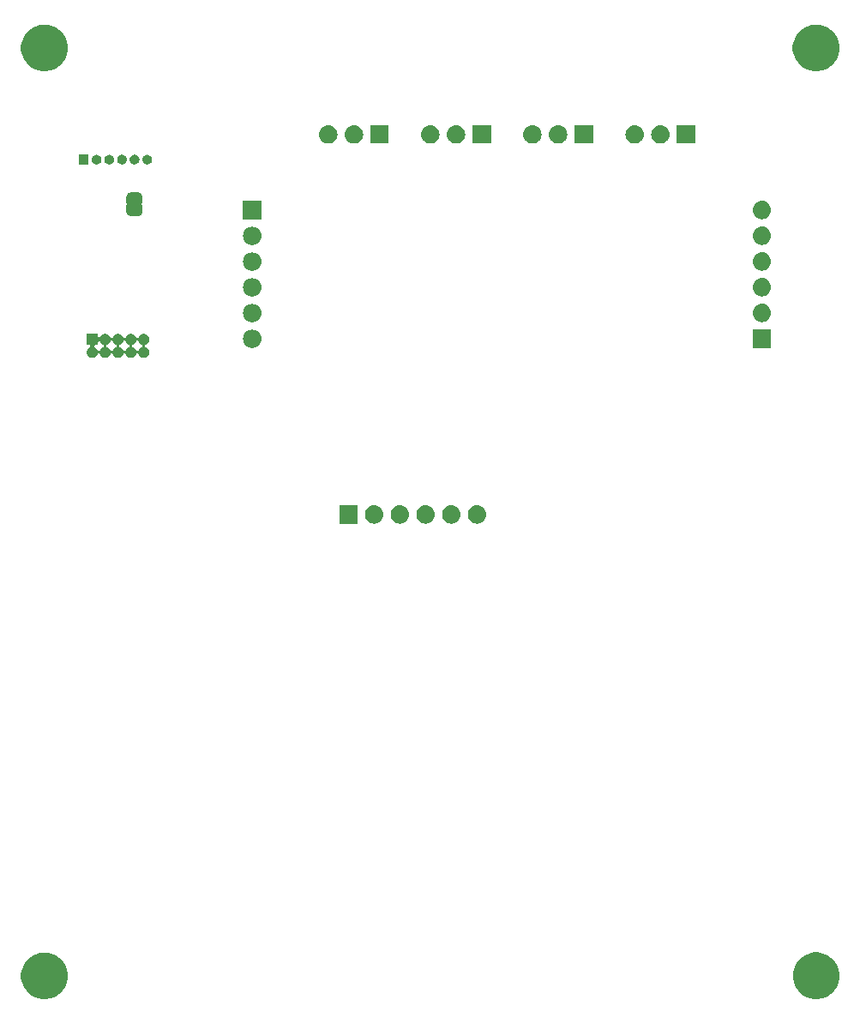
<source format=gbr>
G04 #@! TF.GenerationSoftware,KiCad,Pcbnew,(5.1.2)-2*
G04 #@! TF.CreationDate,2021-08-28T01:13:10-04:00*
G04 #@! TF.ProjectId,MAG_Plus,4d41475f-506c-4757-932e-6b696361645f,rev?*
G04 #@! TF.SameCoordinates,Original*
G04 #@! TF.FileFunction,Soldermask,Bot*
G04 #@! TF.FilePolarity,Negative*
%FSLAX46Y46*%
G04 Gerber Fmt 4.6, Leading zero omitted, Abs format (unit mm)*
G04 Created by KiCad (PCBNEW (5.1.2)-2) date 2021-08-28 01:13:10*
%MOMM*%
%LPD*%
G04 APERTURE LIST*
%ADD10C,0.100000*%
G04 APERTURE END LIST*
D10*
G36*
X39538903Y-340783213D02*
G01*
X39761177Y-340827426D01*
X40179932Y-341000880D01*
X40556802Y-341252696D01*
X40877304Y-341573198D01*
X41129120Y-341950068D01*
X41302574Y-342368823D01*
X41391000Y-342813371D01*
X41391000Y-343266629D01*
X41302574Y-343711177D01*
X41129120Y-344129932D01*
X40877304Y-344506802D01*
X40556802Y-344827304D01*
X40179932Y-345079120D01*
X39761177Y-345252574D01*
X39538903Y-345296787D01*
X39316630Y-345341000D01*
X38863370Y-345341000D01*
X38641097Y-345296787D01*
X38418823Y-345252574D01*
X38000068Y-345079120D01*
X37623198Y-344827304D01*
X37302696Y-344506802D01*
X37050880Y-344129932D01*
X36877426Y-343711177D01*
X36789000Y-343266629D01*
X36789000Y-342813371D01*
X36877426Y-342368823D01*
X37050880Y-341950068D01*
X37302696Y-341573198D01*
X37623198Y-341252696D01*
X38000068Y-341000880D01*
X38418823Y-340827426D01*
X38641097Y-340783213D01*
X38863370Y-340739000D01*
X39316630Y-340739000D01*
X39538903Y-340783213D01*
X39538903Y-340783213D01*
G37*
G36*
X115748903Y-340773213D02*
G01*
X115971177Y-340817426D01*
X116389932Y-340990880D01*
X116766802Y-341242696D01*
X117087304Y-341563198D01*
X117339120Y-341940068D01*
X117512574Y-342358823D01*
X117601000Y-342803371D01*
X117601000Y-343256629D01*
X117512574Y-343701177D01*
X117339120Y-344119932D01*
X117087304Y-344496802D01*
X116766802Y-344817304D01*
X116389932Y-345069120D01*
X115971177Y-345242574D01*
X115748903Y-345286787D01*
X115526630Y-345331000D01*
X115073370Y-345331000D01*
X114851097Y-345286787D01*
X114628823Y-345242574D01*
X114210068Y-345069120D01*
X113833198Y-344817304D01*
X113512696Y-344496802D01*
X113260880Y-344119932D01*
X113087426Y-343701177D01*
X112999000Y-343256629D01*
X112999000Y-342803371D01*
X113087426Y-342358823D01*
X113260880Y-341940068D01*
X113512696Y-341563198D01*
X113833198Y-341242696D01*
X114210068Y-340990880D01*
X114628823Y-340817426D01*
X114851097Y-340773213D01*
X115073370Y-340729000D01*
X115526630Y-340729000D01*
X115748903Y-340773213D01*
X115748903Y-340773213D01*
G37*
G36*
X81930443Y-296605519D02*
G01*
X81996627Y-296612037D01*
X82166466Y-296663557D01*
X82322991Y-296747222D01*
X82358729Y-296776552D01*
X82460186Y-296859814D01*
X82543448Y-296961271D01*
X82572778Y-296997009D01*
X82656443Y-297153534D01*
X82707963Y-297323373D01*
X82725359Y-297500000D01*
X82707963Y-297676627D01*
X82656443Y-297846466D01*
X82572778Y-298002991D01*
X82543448Y-298038729D01*
X82460186Y-298140186D01*
X82358729Y-298223448D01*
X82322991Y-298252778D01*
X82166466Y-298336443D01*
X81996627Y-298387963D01*
X81930443Y-298394481D01*
X81864260Y-298401000D01*
X81775740Y-298401000D01*
X81709557Y-298394481D01*
X81643373Y-298387963D01*
X81473534Y-298336443D01*
X81317009Y-298252778D01*
X81281271Y-298223448D01*
X81179814Y-298140186D01*
X81096552Y-298038729D01*
X81067222Y-298002991D01*
X80983557Y-297846466D01*
X80932037Y-297676627D01*
X80914641Y-297500000D01*
X80932037Y-297323373D01*
X80983557Y-297153534D01*
X81067222Y-296997009D01*
X81096552Y-296961271D01*
X81179814Y-296859814D01*
X81281271Y-296776552D01*
X81317009Y-296747222D01*
X81473534Y-296663557D01*
X81643373Y-296612037D01*
X81709557Y-296605519D01*
X81775740Y-296599000D01*
X81864260Y-296599000D01*
X81930443Y-296605519D01*
X81930443Y-296605519D01*
G37*
G36*
X79390443Y-296605519D02*
G01*
X79456627Y-296612037D01*
X79626466Y-296663557D01*
X79782991Y-296747222D01*
X79818729Y-296776552D01*
X79920186Y-296859814D01*
X80003448Y-296961271D01*
X80032778Y-296997009D01*
X80116443Y-297153534D01*
X80167963Y-297323373D01*
X80185359Y-297500000D01*
X80167963Y-297676627D01*
X80116443Y-297846466D01*
X80032778Y-298002991D01*
X80003448Y-298038729D01*
X79920186Y-298140186D01*
X79818729Y-298223448D01*
X79782991Y-298252778D01*
X79626466Y-298336443D01*
X79456627Y-298387963D01*
X79390443Y-298394481D01*
X79324260Y-298401000D01*
X79235740Y-298401000D01*
X79169557Y-298394481D01*
X79103373Y-298387963D01*
X78933534Y-298336443D01*
X78777009Y-298252778D01*
X78741271Y-298223448D01*
X78639814Y-298140186D01*
X78556552Y-298038729D01*
X78527222Y-298002991D01*
X78443557Y-297846466D01*
X78392037Y-297676627D01*
X78374641Y-297500000D01*
X78392037Y-297323373D01*
X78443557Y-297153534D01*
X78527222Y-296997009D01*
X78556552Y-296961271D01*
X78639814Y-296859814D01*
X78741271Y-296776552D01*
X78777009Y-296747222D01*
X78933534Y-296663557D01*
X79103373Y-296612037D01*
X79169557Y-296605519D01*
X79235740Y-296599000D01*
X79324260Y-296599000D01*
X79390443Y-296605519D01*
X79390443Y-296605519D01*
G37*
G36*
X76850443Y-296605519D02*
G01*
X76916627Y-296612037D01*
X77086466Y-296663557D01*
X77242991Y-296747222D01*
X77278729Y-296776552D01*
X77380186Y-296859814D01*
X77463448Y-296961271D01*
X77492778Y-296997009D01*
X77576443Y-297153534D01*
X77627963Y-297323373D01*
X77645359Y-297500000D01*
X77627963Y-297676627D01*
X77576443Y-297846466D01*
X77492778Y-298002991D01*
X77463448Y-298038729D01*
X77380186Y-298140186D01*
X77278729Y-298223448D01*
X77242991Y-298252778D01*
X77086466Y-298336443D01*
X76916627Y-298387963D01*
X76850443Y-298394481D01*
X76784260Y-298401000D01*
X76695740Y-298401000D01*
X76629557Y-298394481D01*
X76563373Y-298387963D01*
X76393534Y-298336443D01*
X76237009Y-298252778D01*
X76201271Y-298223448D01*
X76099814Y-298140186D01*
X76016552Y-298038729D01*
X75987222Y-298002991D01*
X75903557Y-297846466D01*
X75852037Y-297676627D01*
X75834641Y-297500000D01*
X75852037Y-297323373D01*
X75903557Y-297153534D01*
X75987222Y-296997009D01*
X76016552Y-296961271D01*
X76099814Y-296859814D01*
X76201271Y-296776552D01*
X76237009Y-296747222D01*
X76393534Y-296663557D01*
X76563373Y-296612037D01*
X76629557Y-296605519D01*
X76695740Y-296599000D01*
X76784260Y-296599000D01*
X76850443Y-296605519D01*
X76850443Y-296605519D01*
G37*
G36*
X71770443Y-296605519D02*
G01*
X71836627Y-296612037D01*
X72006466Y-296663557D01*
X72162991Y-296747222D01*
X72198729Y-296776552D01*
X72300186Y-296859814D01*
X72383448Y-296961271D01*
X72412778Y-296997009D01*
X72496443Y-297153534D01*
X72547963Y-297323373D01*
X72565359Y-297500000D01*
X72547963Y-297676627D01*
X72496443Y-297846466D01*
X72412778Y-298002991D01*
X72383448Y-298038729D01*
X72300186Y-298140186D01*
X72198729Y-298223448D01*
X72162991Y-298252778D01*
X72006466Y-298336443D01*
X71836627Y-298387963D01*
X71770443Y-298394481D01*
X71704260Y-298401000D01*
X71615740Y-298401000D01*
X71549557Y-298394481D01*
X71483373Y-298387963D01*
X71313534Y-298336443D01*
X71157009Y-298252778D01*
X71121271Y-298223448D01*
X71019814Y-298140186D01*
X70936552Y-298038729D01*
X70907222Y-298002991D01*
X70823557Y-297846466D01*
X70772037Y-297676627D01*
X70754641Y-297500000D01*
X70772037Y-297323373D01*
X70823557Y-297153534D01*
X70907222Y-296997009D01*
X70936552Y-296961271D01*
X71019814Y-296859814D01*
X71121271Y-296776552D01*
X71157009Y-296747222D01*
X71313534Y-296663557D01*
X71483373Y-296612037D01*
X71549557Y-296605519D01*
X71615740Y-296599000D01*
X71704260Y-296599000D01*
X71770443Y-296605519D01*
X71770443Y-296605519D01*
G37*
G36*
X70021000Y-298401000D02*
G01*
X68219000Y-298401000D01*
X68219000Y-296599000D01*
X70021000Y-296599000D01*
X70021000Y-298401000D01*
X70021000Y-298401000D01*
G37*
G36*
X74310443Y-296605519D02*
G01*
X74376627Y-296612037D01*
X74546466Y-296663557D01*
X74702991Y-296747222D01*
X74738729Y-296776552D01*
X74840186Y-296859814D01*
X74923448Y-296961271D01*
X74952778Y-296997009D01*
X75036443Y-297153534D01*
X75087963Y-297323373D01*
X75105359Y-297500000D01*
X75087963Y-297676627D01*
X75036443Y-297846466D01*
X74952778Y-298002991D01*
X74923448Y-298038729D01*
X74840186Y-298140186D01*
X74738729Y-298223448D01*
X74702991Y-298252778D01*
X74546466Y-298336443D01*
X74376627Y-298387963D01*
X74310443Y-298394481D01*
X74244260Y-298401000D01*
X74155740Y-298401000D01*
X74089557Y-298394481D01*
X74023373Y-298387963D01*
X73853534Y-298336443D01*
X73697009Y-298252778D01*
X73661271Y-298223448D01*
X73559814Y-298140186D01*
X73476552Y-298038729D01*
X73447222Y-298002991D01*
X73363557Y-297846466D01*
X73312037Y-297676627D01*
X73294641Y-297500000D01*
X73312037Y-297323373D01*
X73363557Y-297153534D01*
X73447222Y-296997009D01*
X73476552Y-296961271D01*
X73559814Y-296859814D01*
X73661271Y-296776552D01*
X73697009Y-296747222D01*
X73853534Y-296663557D01*
X74023373Y-296612037D01*
X74089557Y-296605519D01*
X74155740Y-296599000D01*
X74244260Y-296599000D01*
X74310443Y-296605519D01*
X74310443Y-296605519D01*
G37*
G36*
X44381000Y-279887265D02*
G01*
X44383402Y-279911651D01*
X44390515Y-279935100D01*
X44402066Y-279956711D01*
X44417611Y-279975653D01*
X44436553Y-279991198D01*
X44458164Y-280002749D01*
X44481613Y-280009862D01*
X44505999Y-280012264D01*
X44530385Y-280009862D01*
X44553834Y-280002749D01*
X44575445Y-279991198D01*
X44594387Y-279975653D01*
X44609932Y-279956711D01*
X44616233Y-279946198D01*
X44639644Y-279902400D01*
X44708499Y-279818499D01*
X44726734Y-279803534D01*
X44792400Y-279749643D01*
X44860945Y-279713005D01*
X44888121Y-279698479D01*
X44991985Y-279666973D01*
X45072933Y-279659000D01*
X45127067Y-279659000D01*
X45208015Y-279666973D01*
X45311879Y-279698479D01*
X45339055Y-279713005D01*
X45407600Y-279749643D01*
X45491501Y-279818499D01*
X45560357Y-279902400D01*
X45596995Y-279970945D01*
X45611521Y-279998121D01*
X45615388Y-280010869D01*
X45624760Y-280033496D01*
X45638374Y-280053870D01*
X45655701Y-280071197D01*
X45676075Y-280084811D01*
X45698714Y-280094188D01*
X45722747Y-280098969D01*
X45747251Y-280098969D01*
X45771285Y-280094189D01*
X45793924Y-280084812D01*
X45814298Y-280071198D01*
X45831625Y-280053871D01*
X45845239Y-280033497D01*
X45854612Y-280010869D01*
X45858479Y-279998121D01*
X45873005Y-279970945D01*
X45909643Y-279902400D01*
X45978499Y-279818499D01*
X46062400Y-279749643D01*
X46130945Y-279713005D01*
X46158121Y-279698479D01*
X46261985Y-279666973D01*
X46342933Y-279659000D01*
X46397067Y-279659000D01*
X46478015Y-279666973D01*
X46581879Y-279698479D01*
X46609055Y-279713005D01*
X46677600Y-279749643D01*
X46761501Y-279818499D01*
X46830357Y-279902400D01*
X46866995Y-279970945D01*
X46881521Y-279998121D01*
X46885388Y-280010869D01*
X46894760Y-280033496D01*
X46908374Y-280053870D01*
X46925701Y-280071197D01*
X46946075Y-280084811D01*
X46968714Y-280094188D01*
X46992747Y-280098969D01*
X47017251Y-280098969D01*
X47041285Y-280094189D01*
X47063924Y-280084812D01*
X47084298Y-280071198D01*
X47101625Y-280053871D01*
X47115239Y-280033497D01*
X47124612Y-280010869D01*
X47128479Y-279998121D01*
X47143005Y-279970945D01*
X47179643Y-279902400D01*
X47248499Y-279818499D01*
X47332400Y-279749643D01*
X47400945Y-279713005D01*
X47428121Y-279698479D01*
X47531985Y-279666973D01*
X47612933Y-279659000D01*
X47667067Y-279659000D01*
X47748015Y-279666973D01*
X47851879Y-279698479D01*
X47879055Y-279713005D01*
X47947600Y-279749643D01*
X48031501Y-279818499D01*
X48100357Y-279902400D01*
X48136995Y-279970945D01*
X48151521Y-279998121D01*
X48155388Y-280010869D01*
X48164760Y-280033496D01*
X48178374Y-280053870D01*
X48195701Y-280071197D01*
X48216075Y-280084811D01*
X48238714Y-280094188D01*
X48262747Y-280098969D01*
X48287251Y-280098969D01*
X48311285Y-280094189D01*
X48333924Y-280084812D01*
X48354298Y-280071198D01*
X48371625Y-280053871D01*
X48385239Y-280033497D01*
X48394612Y-280010869D01*
X48398479Y-279998121D01*
X48413005Y-279970945D01*
X48449643Y-279902400D01*
X48518499Y-279818499D01*
X48602400Y-279749643D01*
X48670945Y-279713005D01*
X48698121Y-279698479D01*
X48801985Y-279666973D01*
X48882933Y-279659000D01*
X48937067Y-279659000D01*
X49018015Y-279666973D01*
X49121879Y-279698479D01*
X49149055Y-279713005D01*
X49217600Y-279749643D01*
X49301501Y-279818499D01*
X49370357Y-279902400D01*
X49406995Y-279970945D01*
X49421521Y-279998121D01*
X49453027Y-280101985D01*
X49463666Y-280210000D01*
X49453027Y-280318015D01*
X49421521Y-280421879D01*
X49421191Y-280422496D01*
X49370357Y-280517600D01*
X49301501Y-280601501D01*
X49217600Y-280670357D01*
X49149055Y-280706995D01*
X49121879Y-280721521D01*
X49109131Y-280725388D01*
X49086504Y-280734760D01*
X49066130Y-280748374D01*
X49048803Y-280765701D01*
X49035189Y-280786075D01*
X49025812Y-280808714D01*
X49021031Y-280832747D01*
X49021031Y-280857251D01*
X49025811Y-280881285D01*
X49035188Y-280903924D01*
X49048802Y-280924298D01*
X49066129Y-280941625D01*
X49086503Y-280955239D01*
X49109131Y-280964612D01*
X49121879Y-280968479D01*
X49148344Y-280982625D01*
X49217600Y-281019643D01*
X49301501Y-281088499D01*
X49370357Y-281172400D01*
X49406995Y-281240945D01*
X49421521Y-281268121D01*
X49453027Y-281371985D01*
X49463666Y-281480000D01*
X49453027Y-281588015D01*
X49421521Y-281691879D01*
X49421519Y-281691882D01*
X49370357Y-281787600D01*
X49301501Y-281871501D01*
X49217600Y-281940357D01*
X49149055Y-281976995D01*
X49121879Y-281991521D01*
X49018015Y-282023027D01*
X48937067Y-282031000D01*
X48882933Y-282031000D01*
X48801985Y-282023027D01*
X48698121Y-281991521D01*
X48670945Y-281976995D01*
X48602400Y-281940357D01*
X48518499Y-281871501D01*
X48449643Y-281787600D01*
X48398481Y-281691882D01*
X48398479Y-281691879D01*
X48394612Y-281679131D01*
X48385240Y-281656504D01*
X48371626Y-281636130D01*
X48354299Y-281618803D01*
X48333925Y-281605189D01*
X48311286Y-281595812D01*
X48287253Y-281591031D01*
X48262749Y-281591031D01*
X48238715Y-281595811D01*
X48216076Y-281605188D01*
X48195702Y-281618802D01*
X48178375Y-281636129D01*
X48164761Y-281656503D01*
X48155388Y-281679131D01*
X48151521Y-281691879D01*
X48151519Y-281691882D01*
X48100357Y-281787600D01*
X48031501Y-281871501D01*
X47947600Y-281940357D01*
X47879055Y-281976995D01*
X47851879Y-281991521D01*
X47748015Y-282023027D01*
X47667067Y-282031000D01*
X47612933Y-282031000D01*
X47531985Y-282023027D01*
X47428121Y-281991521D01*
X47400945Y-281976995D01*
X47332400Y-281940357D01*
X47248499Y-281871501D01*
X47179643Y-281787600D01*
X47128481Y-281691882D01*
X47128479Y-281691879D01*
X47124612Y-281679131D01*
X47115240Y-281656504D01*
X47101626Y-281636130D01*
X47084299Y-281618803D01*
X47063925Y-281605189D01*
X47041286Y-281595812D01*
X47017253Y-281591031D01*
X46992749Y-281591031D01*
X46968715Y-281595811D01*
X46946076Y-281605188D01*
X46925702Y-281618802D01*
X46908375Y-281636129D01*
X46894761Y-281656503D01*
X46885388Y-281679131D01*
X46881521Y-281691879D01*
X46881519Y-281691882D01*
X46830357Y-281787600D01*
X46761501Y-281871501D01*
X46677600Y-281940357D01*
X46609055Y-281976995D01*
X46581879Y-281991521D01*
X46478015Y-282023027D01*
X46397067Y-282031000D01*
X46342933Y-282031000D01*
X46261985Y-282023027D01*
X46158121Y-281991521D01*
X46130945Y-281976995D01*
X46062400Y-281940357D01*
X45978499Y-281871501D01*
X45909643Y-281787600D01*
X45858481Y-281691882D01*
X45858479Y-281691879D01*
X45854612Y-281679131D01*
X45845240Y-281656504D01*
X45831626Y-281636130D01*
X45814299Y-281618803D01*
X45793925Y-281605189D01*
X45771286Y-281595812D01*
X45747253Y-281591031D01*
X45722749Y-281591031D01*
X45698715Y-281595811D01*
X45676076Y-281605188D01*
X45655702Y-281618802D01*
X45638375Y-281636129D01*
X45624761Y-281656503D01*
X45615388Y-281679131D01*
X45611521Y-281691879D01*
X45611519Y-281691882D01*
X45560357Y-281787600D01*
X45491501Y-281871501D01*
X45407600Y-281940357D01*
X45339055Y-281976995D01*
X45311879Y-281991521D01*
X45208015Y-282023027D01*
X45127067Y-282031000D01*
X45072933Y-282031000D01*
X44991985Y-282023027D01*
X44888121Y-281991521D01*
X44860945Y-281976995D01*
X44792400Y-281940357D01*
X44708499Y-281871501D01*
X44639643Y-281787600D01*
X44588481Y-281691882D01*
X44588479Y-281691879D01*
X44584612Y-281679131D01*
X44575240Y-281656504D01*
X44561626Y-281636130D01*
X44544299Y-281618803D01*
X44523925Y-281605189D01*
X44501286Y-281595812D01*
X44477253Y-281591031D01*
X44452749Y-281591031D01*
X44428715Y-281595811D01*
X44406076Y-281605188D01*
X44385702Y-281618802D01*
X44368375Y-281636129D01*
X44354761Y-281656503D01*
X44345388Y-281679131D01*
X44341521Y-281691879D01*
X44341519Y-281691882D01*
X44290357Y-281787600D01*
X44221501Y-281871501D01*
X44137600Y-281940357D01*
X44069055Y-281976995D01*
X44041879Y-281991521D01*
X43938015Y-282023027D01*
X43857067Y-282031000D01*
X43802933Y-282031000D01*
X43721985Y-282023027D01*
X43618121Y-281991521D01*
X43590945Y-281976995D01*
X43522400Y-281940357D01*
X43438499Y-281871501D01*
X43369643Y-281787600D01*
X43318481Y-281691882D01*
X43318479Y-281691879D01*
X43286973Y-281588015D01*
X43276334Y-281480000D01*
X43286973Y-281371985D01*
X43318479Y-281268121D01*
X43333005Y-281240945D01*
X43369643Y-281172400D01*
X43438499Y-281088499D01*
X43522399Y-281019645D01*
X43522398Y-281019645D01*
X43522400Y-281019644D01*
X43566193Y-280996236D01*
X43586563Y-280982625D01*
X43603890Y-280965298D01*
X43617504Y-280944924D01*
X43626881Y-280922285D01*
X43631662Y-280898252D01*
X43631662Y-280885999D01*
X44027736Y-280885999D01*
X44030138Y-280910385D01*
X44037251Y-280933834D01*
X44048802Y-280955445D01*
X44064347Y-280974387D01*
X44083289Y-280989932D01*
X44093802Y-280996233D01*
X44137600Y-281019644D01*
X44137602Y-281019645D01*
X44137601Y-281019645D01*
X44221501Y-281088499D01*
X44290357Y-281172400D01*
X44326995Y-281240945D01*
X44341521Y-281268121D01*
X44345388Y-281280869D01*
X44354760Y-281303496D01*
X44368374Y-281323870D01*
X44385701Y-281341197D01*
X44406075Y-281354811D01*
X44428714Y-281364188D01*
X44452747Y-281368969D01*
X44477251Y-281368969D01*
X44501285Y-281364189D01*
X44523924Y-281354812D01*
X44544298Y-281341198D01*
X44561625Y-281323871D01*
X44575239Y-281303497D01*
X44584612Y-281280869D01*
X44588479Y-281268121D01*
X44603005Y-281240945D01*
X44639643Y-281172400D01*
X44708499Y-281088499D01*
X44792400Y-281019643D01*
X44861656Y-280982625D01*
X44888121Y-280968479D01*
X44900869Y-280964612D01*
X44923496Y-280955240D01*
X44943870Y-280941626D01*
X44961197Y-280924299D01*
X44974811Y-280903925D01*
X44984188Y-280881286D01*
X44988969Y-280857253D01*
X44988969Y-280832749D01*
X44988969Y-280832747D01*
X45211031Y-280832747D01*
X45211031Y-280857251D01*
X45215811Y-280881285D01*
X45225188Y-280903924D01*
X45238802Y-280924298D01*
X45256129Y-280941625D01*
X45276503Y-280955239D01*
X45299131Y-280964612D01*
X45311879Y-280968479D01*
X45338344Y-280982625D01*
X45407600Y-281019643D01*
X45491501Y-281088499D01*
X45560357Y-281172400D01*
X45596995Y-281240945D01*
X45611521Y-281268121D01*
X45615388Y-281280869D01*
X45624760Y-281303496D01*
X45638374Y-281323870D01*
X45655701Y-281341197D01*
X45676075Y-281354811D01*
X45698714Y-281364188D01*
X45722747Y-281368969D01*
X45747251Y-281368969D01*
X45771285Y-281364189D01*
X45793924Y-281354812D01*
X45814298Y-281341198D01*
X45831625Y-281323871D01*
X45845239Y-281303497D01*
X45854612Y-281280869D01*
X45858479Y-281268121D01*
X45873005Y-281240945D01*
X45909643Y-281172400D01*
X45978499Y-281088499D01*
X46062400Y-281019643D01*
X46131656Y-280982625D01*
X46158121Y-280968479D01*
X46170869Y-280964612D01*
X46193496Y-280955240D01*
X46213870Y-280941626D01*
X46231197Y-280924299D01*
X46244811Y-280903925D01*
X46254188Y-280881286D01*
X46258969Y-280857253D01*
X46258969Y-280832749D01*
X46258969Y-280832747D01*
X46481031Y-280832747D01*
X46481031Y-280857251D01*
X46485811Y-280881285D01*
X46495188Y-280903924D01*
X46508802Y-280924298D01*
X46526129Y-280941625D01*
X46546503Y-280955239D01*
X46569131Y-280964612D01*
X46581879Y-280968479D01*
X46608344Y-280982625D01*
X46677600Y-281019643D01*
X46761501Y-281088499D01*
X46830357Y-281172400D01*
X46866995Y-281240945D01*
X46881521Y-281268121D01*
X46885388Y-281280869D01*
X46894760Y-281303496D01*
X46908374Y-281323870D01*
X46925701Y-281341197D01*
X46946075Y-281354811D01*
X46968714Y-281364188D01*
X46992747Y-281368969D01*
X47017251Y-281368969D01*
X47041285Y-281364189D01*
X47063924Y-281354812D01*
X47084298Y-281341198D01*
X47101625Y-281323871D01*
X47115239Y-281303497D01*
X47124612Y-281280869D01*
X47128479Y-281268121D01*
X47143005Y-281240945D01*
X47179643Y-281172400D01*
X47248499Y-281088499D01*
X47332400Y-281019643D01*
X47401656Y-280982625D01*
X47428121Y-280968479D01*
X47440869Y-280964612D01*
X47463496Y-280955240D01*
X47483870Y-280941626D01*
X47501197Y-280924299D01*
X47514811Y-280903925D01*
X47524188Y-280881286D01*
X47528969Y-280857253D01*
X47528969Y-280832749D01*
X47528969Y-280832747D01*
X47751031Y-280832747D01*
X47751031Y-280857251D01*
X47755811Y-280881285D01*
X47765188Y-280903924D01*
X47778802Y-280924298D01*
X47796129Y-280941625D01*
X47816503Y-280955239D01*
X47839131Y-280964612D01*
X47851879Y-280968479D01*
X47878344Y-280982625D01*
X47947600Y-281019643D01*
X48031501Y-281088499D01*
X48100357Y-281172400D01*
X48136995Y-281240945D01*
X48151521Y-281268121D01*
X48155388Y-281280869D01*
X48164760Y-281303496D01*
X48178374Y-281323870D01*
X48195701Y-281341197D01*
X48216075Y-281354811D01*
X48238714Y-281364188D01*
X48262747Y-281368969D01*
X48287251Y-281368969D01*
X48311285Y-281364189D01*
X48333924Y-281354812D01*
X48354298Y-281341198D01*
X48371625Y-281323871D01*
X48385239Y-281303497D01*
X48394612Y-281280869D01*
X48398479Y-281268121D01*
X48413005Y-281240945D01*
X48449643Y-281172400D01*
X48518499Y-281088499D01*
X48602400Y-281019643D01*
X48671656Y-280982625D01*
X48698121Y-280968479D01*
X48710869Y-280964612D01*
X48733496Y-280955240D01*
X48753870Y-280941626D01*
X48771197Y-280924299D01*
X48784811Y-280903925D01*
X48794188Y-280881286D01*
X48798969Y-280857253D01*
X48798969Y-280832749D01*
X48794189Y-280808715D01*
X48784812Y-280786076D01*
X48771198Y-280765702D01*
X48753871Y-280748375D01*
X48733497Y-280734761D01*
X48710869Y-280725388D01*
X48698121Y-280721521D01*
X48670945Y-280706995D01*
X48602400Y-280670357D01*
X48518499Y-280601501D01*
X48449643Y-280517600D01*
X48398809Y-280422496D01*
X48398479Y-280421879D01*
X48394612Y-280409131D01*
X48385240Y-280386504D01*
X48371626Y-280366130D01*
X48354299Y-280348803D01*
X48333925Y-280335189D01*
X48311286Y-280325812D01*
X48287253Y-280321031D01*
X48262749Y-280321031D01*
X48238715Y-280325811D01*
X48216076Y-280335188D01*
X48195702Y-280348802D01*
X48178375Y-280366129D01*
X48164761Y-280386503D01*
X48155388Y-280409131D01*
X48151521Y-280421879D01*
X48151191Y-280422496D01*
X48100357Y-280517600D01*
X48031501Y-280601501D01*
X47947600Y-280670357D01*
X47879055Y-280706995D01*
X47851879Y-280721521D01*
X47839131Y-280725388D01*
X47816504Y-280734760D01*
X47796130Y-280748374D01*
X47778803Y-280765701D01*
X47765189Y-280786075D01*
X47755812Y-280808714D01*
X47751031Y-280832747D01*
X47528969Y-280832747D01*
X47524189Y-280808715D01*
X47514812Y-280786076D01*
X47501198Y-280765702D01*
X47483871Y-280748375D01*
X47463497Y-280734761D01*
X47440869Y-280725388D01*
X47428121Y-280721521D01*
X47400945Y-280706995D01*
X47332400Y-280670357D01*
X47248499Y-280601501D01*
X47179643Y-280517600D01*
X47128809Y-280422496D01*
X47128479Y-280421879D01*
X47124612Y-280409131D01*
X47115240Y-280386504D01*
X47101626Y-280366130D01*
X47084299Y-280348803D01*
X47063925Y-280335189D01*
X47041286Y-280325812D01*
X47017253Y-280321031D01*
X46992749Y-280321031D01*
X46968715Y-280325811D01*
X46946076Y-280335188D01*
X46925702Y-280348802D01*
X46908375Y-280366129D01*
X46894761Y-280386503D01*
X46885388Y-280409131D01*
X46881521Y-280421879D01*
X46881191Y-280422496D01*
X46830357Y-280517600D01*
X46761501Y-280601501D01*
X46677600Y-280670357D01*
X46609055Y-280706995D01*
X46581879Y-280721521D01*
X46569131Y-280725388D01*
X46546504Y-280734760D01*
X46526130Y-280748374D01*
X46508803Y-280765701D01*
X46495189Y-280786075D01*
X46485812Y-280808714D01*
X46481031Y-280832747D01*
X46258969Y-280832747D01*
X46254189Y-280808715D01*
X46244812Y-280786076D01*
X46231198Y-280765702D01*
X46213871Y-280748375D01*
X46193497Y-280734761D01*
X46170869Y-280725388D01*
X46158121Y-280721521D01*
X46130945Y-280706995D01*
X46062400Y-280670357D01*
X45978499Y-280601501D01*
X45909643Y-280517600D01*
X45858809Y-280422496D01*
X45858479Y-280421879D01*
X45854612Y-280409131D01*
X45845240Y-280386504D01*
X45831626Y-280366130D01*
X45814299Y-280348803D01*
X45793925Y-280335189D01*
X45771286Y-280325812D01*
X45747253Y-280321031D01*
X45722749Y-280321031D01*
X45698715Y-280325811D01*
X45676076Y-280335188D01*
X45655702Y-280348802D01*
X45638375Y-280366129D01*
X45624761Y-280386503D01*
X45615388Y-280409131D01*
X45611521Y-280421879D01*
X45611191Y-280422496D01*
X45560357Y-280517600D01*
X45491501Y-280601501D01*
X45407600Y-280670357D01*
X45339055Y-280706995D01*
X45311879Y-280721521D01*
X45299131Y-280725388D01*
X45276504Y-280734760D01*
X45256130Y-280748374D01*
X45238803Y-280765701D01*
X45225189Y-280786075D01*
X45215812Y-280808714D01*
X45211031Y-280832747D01*
X44988969Y-280832747D01*
X44984189Y-280808715D01*
X44974812Y-280786076D01*
X44961198Y-280765702D01*
X44943871Y-280748375D01*
X44923497Y-280734761D01*
X44900869Y-280725388D01*
X44888121Y-280721521D01*
X44860945Y-280706995D01*
X44792400Y-280670357D01*
X44708499Y-280601501D01*
X44639645Y-280517601D01*
X44639644Y-280517600D01*
X44616236Y-280473807D01*
X44602625Y-280453437D01*
X44585298Y-280436110D01*
X44564924Y-280422496D01*
X44542285Y-280413119D01*
X44518252Y-280408338D01*
X44493748Y-280408338D01*
X44469714Y-280413118D01*
X44447076Y-280422495D01*
X44426701Y-280436109D01*
X44409374Y-280453436D01*
X44395760Y-280473810D01*
X44386383Y-280496449D01*
X44381602Y-280520482D01*
X44381000Y-280532735D01*
X44381000Y-280761000D01*
X44152735Y-280761000D01*
X44128349Y-280763402D01*
X44104900Y-280770515D01*
X44083289Y-280782066D01*
X44064347Y-280797611D01*
X44048802Y-280816553D01*
X44037251Y-280838164D01*
X44030138Y-280861613D01*
X44027736Y-280885999D01*
X43631662Y-280885999D01*
X43631662Y-280873748D01*
X43626882Y-280849714D01*
X43617505Y-280827076D01*
X43603891Y-280806701D01*
X43586564Y-280789374D01*
X43566190Y-280775760D01*
X43543551Y-280766383D01*
X43519518Y-280761602D01*
X43507265Y-280761000D01*
X43279000Y-280761000D01*
X43279000Y-279659000D01*
X44381000Y-279659000D01*
X44381000Y-279887265D01*
X44381000Y-279887265D01*
G37*
G36*
X59720442Y-279255518D02*
G01*
X59786627Y-279262037D01*
X59956466Y-279313557D01*
X60112991Y-279397222D01*
X60148729Y-279426552D01*
X60250186Y-279509814D01*
X60333448Y-279611271D01*
X60362778Y-279647009D01*
X60446443Y-279803534D01*
X60497963Y-279973373D01*
X60515359Y-280150000D01*
X60497963Y-280326627D01*
X60446443Y-280496466D01*
X60362778Y-280652991D01*
X60348526Y-280670357D01*
X60250186Y-280790186D01*
X60148729Y-280873448D01*
X60112991Y-280902778D01*
X59956466Y-280986443D01*
X59786627Y-281037963D01*
X59720442Y-281044482D01*
X59654260Y-281051000D01*
X59565740Y-281051000D01*
X59499558Y-281044482D01*
X59433373Y-281037963D01*
X59263534Y-280986443D01*
X59107009Y-280902778D01*
X59071271Y-280873448D01*
X58969814Y-280790186D01*
X58871474Y-280670357D01*
X58857222Y-280652991D01*
X58773557Y-280496466D01*
X58722037Y-280326627D01*
X58704641Y-280150000D01*
X58722037Y-279973373D01*
X58773557Y-279803534D01*
X58857222Y-279647009D01*
X58886552Y-279611271D01*
X58969814Y-279509814D01*
X59071271Y-279426552D01*
X59107009Y-279397222D01*
X59263534Y-279313557D01*
X59433373Y-279262037D01*
X59499558Y-279255518D01*
X59565740Y-279249000D01*
X59654260Y-279249000D01*
X59720442Y-279255518D01*
X59720442Y-279255518D01*
G37*
G36*
X110851000Y-281041000D02*
G01*
X109049000Y-281041000D01*
X109049000Y-279239000D01*
X110851000Y-279239000D01*
X110851000Y-281041000D01*
X110851000Y-281041000D01*
G37*
G36*
X59720443Y-276715519D02*
G01*
X59786627Y-276722037D01*
X59956466Y-276773557D01*
X60112991Y-276857222D01*
X60148729Y-276886552D01*
X60250186Y-276969814D01*
X60333448Y-277071271D01*
X60362778Y-277107009D01*
X60446443Y-277263534D01*
X60497963Y-277433373D01*
X60515359Y-277610000D01*
X60497963Y-277786627D01*
X60446443Y-277956466D01*
X60362778Y-278112991D01*
X60333448Y-278148729D01*
X60250186Y-278250186D01*
X60148729Y-278333448D01*
X60112991Y-278362778D01*
X60112989Y-278362779D01*
X59975177Y-278436442D01*
X59956466Y-278446443D01*
X59786627Y-278497963D01*
X59720443Y-278504481D01*
X59654260Y-278511000D01*
X59565740Y-278511000D01*
X59499557Y-278504481D01*
X59433373Y-278497963D01*
X59263534Y-278446443D01*
X59244824Y-278436442D01*
X59107011Y-278362779D01*
X59107009Y-278362778D01*
X59071271Y-278333448D01*
X58969814Y-278250186D01*
X58886552Y-278148729D01*
X58857222Y-278112991D01*
X58773557Y-277956466D01*
X58722037Y-277786627D01*
X58704641Y-277610000D01*
X58722037Y-277433373D01*
X58773557Y-277263534D01*
X58857222Y-277107009D01*
X58886552Y-277071271D01*
X58969814Y-276969814D01*
X59071271Y-276886552D01*
X59107009Y-276857222D01*
X59263534Y-276773557D01*
X59433373Y-276722037D01*
X59499557Y-276715519D01*
X59565740Y-276709000D01*
X59654260Y-276709000D01*
X59720443Y-276715519D01*
X59720443Y-276715519D01*
G37*
G36*
X110060443Y-276705519D02*
G01*
X110126627Y-276712037D01*
X110296466Y-276763557D01*
X110296468Y-276763558D01*
X110374728Y-276805389D01*
X110452991Y-276847222D01*
X110488729Y-276876552D01*
X110590186Y-276959814D01*
X110673448Y-277061271D01*
X110702778Y-277097009D01*
X110786443Y-277253534D01*
X110837963Y-277423373D01*
X110855359Y-277600000D01*
X110837963Y-277776627D01*
X110786443Y-277946466D01*
X110702778Y-278102991D01*
X110694571Y-278112991D01*
X110590186Y-278240186D01*
X110488729Y-278323448D01*
X110452991Y-278352778D01*
X110296466Y-278436443D01*
X110126627Y-278487963D01*
X110060442Y-278494482D01*
X109994260Y-278501000D01*
X109905740Y-278501000D01*
X109839558Y-278494482D01*
X109773373Y-278487963D01*
X109603534Y-278436443D01*
X109447009Y-278352778D01*
X109411271Y-278323448D01*
X109309814Y-278240186D01*
X109205429Y-278112991D01*
X109197222Y-278102991D01*
X109113557Y-277946466D01*
X109062037Y-277776627D01*
X109044641Y-277600000D01*
X109062037Y-277423373D01*
X109113557Y-277253534D01*
X109197222Y-277097009D01*
X109226552Y-277061271D01*
X109309814Y-276959814D01*
X109411271Y-276876552D01*
X109447009Y-276847222D01*
X109525271Y-276805390D01*
X109603532Y-276763558D01*
X109603534Y-276763557D01*
X109773373Y-276712037D01*
X109839557Y-276705519D01*
X109905740Y-276699000D01*
X109994260Y-276699000D01*
X110060443Y-276705519D01*
X110060443Y-276705519D01*
G37*
G36*
X59720442Y-274175518D02*
G01*
X59786627Y-274182037D01*
X59956466Y-274233557D01*
X60112991Y-274317222D01*
X60148729Y-274346552D01*
X60250186Y-274429814D01*
X60333448Y-274531271D01*
X60362778Y-274567009D01*
X60446443Y-274723534D01*
X60497963Y-274893373D01*
X60515359Y-275070000D01*
X60497963Y-275246627D01*
X60446443Y-275416466D01*
X60362778Y-275572991D01*
X60333448Y-275608729D01*
X60250186Y-275710186D01*
X60148729Y-275793448D01*
X60112991Y-275822778D01*
X60112989Y-275822779D01*
X59975177Y-275896442D01*
X59956466Y-275906443D01*
X59786627Y-275957963D01*
X59720443Y-275964481D01*
X59654260Y-275971000D01*
X59565740Y-275971000D01*
X59499557Y-275964481D01*
X59433373Y-275957963D01*
X59263534Y-275906443D01*
X59244824Y-275896442D01*
X59107011Y-275822779D01*
X59107009Y-275822778D01*
X59071271Y-275793448D01*
X58969814Y-275710186D01*
X58886552Y-275608729D01*
X58857222Y-275572991D01*
X58773557Y-275416466D01*
X58722037Y-275246627D01*
X58704641Y-275070000D01*
X58722037Y-274893373D01*
X58773557Y-274723534D01*
X58857222Y-274567009D01*
X58886552Y-274531271D01*
X58969814Y-274429814D01*
X59071271Y-274346552D01*
X59107009Y-274317222D01*
X59263534Y-274233557D01*
X59433373Y-274182037D01*
X59499558Y-274175518D01*
X59565740Y-274169000D01*
X59654260Y-274169000D01*
X59720442Y-274175518D01*
X59720442Y-274175518D01*
G37*
G36*
X110060443Y-274165519D02*
G01*
X110126627Y-274172037D01*
X110296466Y-274223557D01*
X110296468Y-274223558D01*
X110374729Y-274265390D01*
X110452991Y-274307222D01*
X110488729Y-274336552D01*
X110590186Y-274419814D01*
X110673448Y-274521271D01*
X110702778Y-274557009D01*
X110786443Y-274713534D01*
X110837963Y-274883373D01*
X110855359Y-275060000D01*
X110837963Y-275236627D01*
X110786443Y-275406466D01*
X110702778Y-275562991D01*
X110694571Y-275572991D01*
X110590186Y-275700186D01*
X110488729Y-275783448D01*
X110452991Y-275812778D01*
X110296466Y-275896443D01*
X110126627Y-275947963D01*
X110060443Y-275954481D01*
X109994260Y-275961000D01*
X109905740Y-275961000D01*
X109839557Y-275954481D01*
X109773373Y-275947963D01*
X109603534Y-275896443D01*
X109447009Y-275812778D01*
X109411271Y-275783448D01*
X109309814Y-275700186D01*
X109205429Y-275572991D01*
X109197222Y-275562991D01*
X109113557Y-275406466D01*
X109062037Y-275236627D01*
X109044641Y-275060000D01*
X109062037Y-274883373D01*
X109113557Y-274713534D01*
X109197222Y-274557009D01*
X109226552Y-274521271D01*
X109309814Y-274419814D01*
X109411271Y-274336552D01*
X109447009Y-274307222D01*
X109525271Y-274265390D01*
X109603532Y-274223558D01*
X109603534Y-274223557D01*
X109773373Y-274172037D01*
X109839557Y-274165519D01*
X109905740Y-274159000D01*
X109994260Y-274159000D01*
X110060443Y-274165519D01*
X110060443Y-274165519D01*
G37*
G36*
X59720443Y-271635519D02*
G01*
X59786627Y-271642037D01*
X59956466Y-271693557D01*
X60112991Y-271777222D01*
X60148729Y-271806552D01*
X60250186Y-271889814D01*
X60333448Y-271991271D01*
X60362778Y-272027009D01*
X60446443Y-272183534D01*
X60497963Y-272353373D01*
X60515359Y-272530000D01*
X60497963Y-272706627D01*
X60446443Y-272876466D01*
X60362778Y-273032991D01*
X60333448Y-273068729D01*
X60250186Y-273170186D01*
X60148729Y-273253448D01*
X60112991Y-273282778D01*
X60112989Y-273282779D01*
X59975177Y-273356442D01*
X59956466Y-273366443D01*
X59786627Y-273417963D01*
X59720442Y-273424482D01*
X59654260Y-273431000D01*
X59565740Y-273431000D01*
X59499558Y-273424482D01*
X59433373Y-273417963D01*
X59263534Y-273366443D01*
X59244824Y-273356442D01*
X59107011Y-273282779D01*
X59107009Y-273282778D01*
X59071271Y-273253448D01*
X58969814Y-273170186D01*
X58886552Y-273068729D01*
X58857222Y-273032991D01*
X58773557Y-272876466D01*
X58722037Y-272706627D01*
X58704641Y-272530000D01*
X58722037Y-272353373D01*
X58773557Y-272183534D01*
X58857222Y-272027009D01*
X58886552Y-271991271D01*
X58969814Y-271889814D01*
X59071271Y-271806552D01*
X59107009Y-271777222D01*
X59263534Y-271693557D01*
X59433373Y-271642037D01*
X59499557Y-271635519D01*
X59565740Y-271629000D01*
X59654260Y-271629000D01*
X59720443Y-271635519D01*
X59720443Y-271635519D01*
G37*
G36*
X110060442Y-271625518D02*
G01*
X110126627Y-271632037D01*
X110296466Y-271683557D01*
X110296468Y-271683558D01*
X110374728Y-271725389D01*
X110452991Y-271767222D01*
X110488729Y-271796552D01*
X110590186Y-271879814D01*
X110673448Y-271981271D01*
X110702778Y-272017009D01*
X110786443Y-272173534D01*
X110837963Y-272343373D01*
X110855359Y-272520000D01*
X110837963Y-272696627D01*
X110786443Y-272866466D01*
X110702778Y-273022991D01*
X110694571Y-273032991D01*
X110590186Y-273160186D01*
X110488729Y-273243448D01*
X110452991Y-273272778D01*
X110296466Y-273356443D01*
X110126627Y-273407963D01*
X110060442Y-273414482D01*
X109994260Y-273421000D01*
X109905740Y-273421000D01*
X109839558Y-273414482D01*
X109773373Y-273407963D01*
X109603534Y-273356443D01*
X109447009Y-273272778D01*
X109411271Y-273243448D01*
X109309814Y-273160186D01*
X109205429Y-273032991D01*
X109197222Y-273022991D01*
X109113557Y-272866466D01*
X109062037Y-272696627D01*
X109044641Y-272520000D01*
X109062037Y-272343373D01*
X109113557Y-272173534D01*
X109197222Y-272017009D01*
X109226552Y-271981271D01*
X109309814Y-271879814D01*
X109411271Y-271796552D01*
X109447009Y-271767222D01*
X109525271Y-271725390D01*
X109603532Y-271683558D01*
X109603534Y-271683557D01*
X109773373Y-271632037D01*
X109839558Y-271625518D01*
X109905740Y-271619000D01*
X109994260Y-271619000D01*
X110060442Y-271625518D01*
X110060442Y-271625518D01*
G37*
G36*
X59720443Y-269095519D02*
G01*
X59786627Y-269102037D01*
X59956466Y-269153557D01*
X60112991Y-269237222D01*
X60148729Y-269266552D01*
X60250186Y-269349814D01*
X60333448Y-269451271D01*
X60362778Y-269487009D01*
X60446443Y-269643534D01*
X60497963Y-269813373D01*
X60515359Y-269990000D01*
X60497963Y-270166627D01*
X60446443Y-270336466D01*
X60362778Y-270492991D01*
X60333448Y-270528729D01*
X60250186Y-270630186D01*
X60148729Y-270713448D01*
X60112991Y-270742778D01*
X60112989Y-270742779D01*
X59975177Y-270816442D01*
X59956466Y-270826443D01*
X59786627Y-270877963D01*
X59720443Y-270884481D01*
X59654260Y-270891000D01*
X59565740Y-270891000D01*
X59499557Y-270884481D01*
X59433373Y-270877963D01*
X59263534Y-270826443D01*
X59244824Y-270816442D01*
X59107011Y-270742779D01*
X59107009Y-270742778D01*
X59071271Y-270713448D01*
X58969814Y-270630186D01*
X58886552Y-270528729D01*
X58857222Y-270492991D01*
X58773557Y-270336466D01*
X58722037Y-270166627D01*
X58704641Y-269990000D01*
X58722037Y-269813373D01*
X58773557Y-269643534D01*
X58857222Y-269487009D01*
X58886552Y-269451271D01*
X58969814Y-269349814D01*
X59071271Y-269266552D01*
X59107009Y-269237222D01*
X59263534Y-269153557D01*
X59433373Y-269102037D01*
X59499557Y-269095519D01*
X59565740Y-269089000D01*
X59654260Y-269089000D01*
X59720443Y-269095519D01*
X59720443Y-269095519D01*
G37*
G36*
X110060443Y-269085519D02*
G01*
X110126627Y-269092037D01*
X110296466Y-269143557D01*
X110296468Y-269143558D01*
X110374728Y-269185389D01*
X110452991Y-269227222D01*
X110488729Y-269256552D01*
X110590186Y-269339814D01*
X110673448Y-269441271D01*
X110702778Y-269477009D01*
X110786443Y-269633534D01*
X110837963Y-269803373D01*
X110855359Y-269980000D01*
X110837963Y-270156627D01*
X110786443Y-270326466D01*
X110702778Y-270482991D01*
X110694571Y-270492991D01*
X110590186Y-270620186D01*
X110488729Y-270703448D01*
X110452991Y-270732778D01*
X110296466Y-270816443D01*
X110126627Y-270867963D01*
X110060443Y-270874481D01*
X109994260Y-270881000D01*
X109905740Y-270881000D01*
X109839557Y-270874481D01*
X109773373Y-270867963D01*
X109603534Y-270816443D01*
X109447009Y-270732778D01*
X109411271Y-270703448D01*
X109309814Y-270620186D01*
X109205429Y-270492991D01*
X109197222Y-270482991D01*
X109113557Y-270326466D01*
X109062037Y-270156627D01*
X109044641Y-269980000D01*
X109062037Y-269803373D01*
X109113557Y-269633534D01*
X109197222Y-269477009D01*
X109226552Y-269441271D01*
X109309814Y-269339814D01*
X109411271Y-269256552D01*
X109447009Y-269227222D01*
X109525272Y-269185389D01*
X109603532Y-269143558D01*
X109603534Y-269143557D01*
X109773373Y-269092037D01*
X109839557Y-269085519D01*
X109905740Y-269079000D01*
X109994260Y-269079000D01*
X110060443Y-269085519D01*
X110060443Y-269085519D01*
G37*
G36*
X60511000Y-268351000D02*
G01*
X58709000Y-268351000D01*
X58709000Y-266549000D01*
X60511000Y-266549000D01*
X60511000Y-268351000D01*
X60511000Y-268351000D01*
G37*
G36*
X110060442Y-266545518D02*
G01*
X110126627Y-266552037D01*
X110296466Y-266603557D01*
X110452991Y-266687222D01*
X110473264Y-266703860D01*
X110590186Y-266799814D01*
X110669352Y-266896280D01*
X110702778Y-266937009D01*
X110786443Y-267093534D01*
X110837963Y-267263373D01*
X110855359Y-267440000D01*
X110837963Y-267616627D01*
X110786443Y-267786466D01*
X110702778Y-267942991D01*
X110673448Y-267978729D01*
X110590186Y-268080186D01*
X110488729Y-268163448D01*
X110452991Y-268192778D01*
X110296466Y-268276443D01*
X110126627Y-268327963D01*
X110060443Y-268334481D01*
X109994260Y-268341000D01*
X109905740Y-268341000D01*
X109839557Y-268334481D01*
X109773373Y-268327963D01*
X109603534Y-268276443D01*
X109447009Y-268192778D01*
X109411271Y-268163448D01*
X109309814Y-268080186D01*
X109226552Y-267978729D01*
X109197222Y-267942991D01*
X109113557Y-267786466D01*
X109062037Y-267616627D01*
X109044641Y-267440000D01*
X109062037Y-267263373D01*
X109113557Y-267093534D01*
X109197222Y-266937009D01*
X109230648Y-266896280D01*
X109309814Y-266799814D01*
X109426736Y-266703860D01*
X109447009Y-266687222D01*
X109603534Y-266603557D01*
X109773373Y-266552037D01*
X109839558Y-266545518D01*
X109905740Y-266539000D01*
X109994260Y-266539000D01*
X110060442Y-266545518D01*
X110060442Y-266545518D01*
G37*
G36*
X48242199Y-265659954D02*
G01*
X48254450Y-265660556D01*
X48272869Y-265660556D01*
X48295149Y-265662750D01*
X48379233Y-265679476D01*
X48400660Y-265685976D01*
X48479858Y-265718780D01*
X48485303Y-265721691D01*
X48485309Y-265721693D01*
X48494169Y-265726429D01*
X48494173Y-265726432D01*
X48499614Y-265729340D01*
X48570899Y-265776971D01*
X48588204Y-265791172D01*
X48648828Y-265851796D01*
X48663029Y-265869101D01*
X48710660Y-265940386D01*
X48713568Y-265945827D01*
X48713571Y-265945831D01*
X48718307Y-265954691D01*
X48718309Y-265954697D01*
X48721220Y-265960142D01*
X48754024Y-266039340D01*
X48760524Y-266060767D01*
X48777250Y-266144851D01*
X48779444Y-266167131D01*
X48779444Y-266185550D01*
X48780046Y-266197801D01*
X48781852Y-266216139D01*
X48781852Y-266703860D01*
X48780263Y-266719999D01*
X48777348Y-266729608D01*
X48772610Y-266738472D01*
X48766237Y-266746237D01*
X48753794Y-266756448D01*
X48743425Y-266763378D01*
X48726098Y-266780705D01*
X48712485Y-266801080D01*
X48703109Y-266823720D01*
X48698329Y-266847753D01*
X48698330Y-266872257D01*
X48703112Y-266896290D01*
X48712490Y-266918929D01*
X48726105Y-266939302D01*
X48743432Y-266956629D01*
X48753802Y-266963558D01*
X48766237Y-266973763D01*
X48772610Y-266981528D01*
X48777348Y-266990392D01*
X48780263Y-267000001D01*
X48781852Y-267016140D01*
X48781852Y-267503862D01*
X48780046Y-267522199D01*
X48779444Y-267534450D01*
X48779444Y-267552869D01*
X48777250Y-267575149D01*
X48760524Y-267659233D01*
X48754024Y-267680660D01*
X48721220Y-267759858D01*
X48718309Y-267765303D01*
X48718307Y-267765309D01*
X48713571Y-267774169D01*
X48713568Y-267774173D01*
X48710660Y-267779614D01*
X48663029Y-267850899D01*
X48648828Y-267868204D01*
X48588204Y-267928828D01*
X48570899Y-267943029D01*
X48499614Y-267990660D01*
X48494173Y-267993568D01*
X48494169Y-267993571D01*
X48485309Y-267998307D01*
X48485303Y-267998309D01*
X48479858Y-268001220D01*
X48400660Y-268034024D01*
X48379233Y-268040524D01*
X48295149Y-268057250D01*
X48272869Y-268059444D01*
X48254450Y-268059444D01*
X48242199Y-268060046D01*
X48223862Y-268061852D01*
X47736138Y-268061852D01*
X47717801Y-268060046D01*
X47705550Y-268059444D01*
X47687131Y-268059444D01*
X47664851Y-268057250D01*
X47580767Y-268040524D01*
X47559340Y-268034024D01*
X47480142Y-268001220D01*
X47474697Y-267998309D01*
X47474691Y-267998307D01*
X47465831Y-267993571D01*
X47465827Y-267993568D01*
X47460386Y-267990660D01*
X47389101Y-267943029D01*
X47371796Y-267928828D01*
X47311172Y-267868204D01*
X47296971Y-267850899D01*
X47249340Y-267779614D01*
X47246432Y-267774173D01*
X47246429Y-267774169D01*
X47241693Y-267765309D01*
X47241691Y-267765303D01*
X47238780Y-267759858D01*
X47205976Y-267680660D01*
X47199476Y-267659233D01*
X47182750Y-267575149D01*
X47180556Y-267552869D01*
X47180556Y-267534450D01*
X47179954Y-267522199D01*
X47178148Y-267503862D01*
X47178148Y-267016140D01*
X47179737Y-267000001D01*
X47182652Y-266990392D01*
X47187390Y-266981528D01*
X47193763Y-266973763D01*
X47206206Y-266963552D01*
X47216575Y-266956622D01*
X47233902Y-266939295D01*
X47247515Y-266918920D01*
X47256891Y-266896280D01*
X47261671Y-266872247D01*
X47261670Y-266847743D01*
X47256888Y-266823710D01*
X47247510Y-266801071D01*
X47233895Y-266780698D01*
X47216568Y-266763371D01*
X47206198Y-266756442D01*
X47193763Y-266746237D01*
X47187390Y-266738472D01*
X47182652Y-266729608D01*
X47179737Y-266719999D01*
X47178148Y-266703860D01*
X47178148Y-266216138D01*
X47179954Y-266197801D01*
X47180556Y-266185550D01*
X47180556Y-266167131D01*
X47182750Y-266144851D01*
X47199476Y-266060767D01*
X47205976Y-266039340D01*
X47238780Y-265960142D01*
X47241691Y-265954697D01*
X47241693Y-265954691D01*
X47246429Y-265945831D01*
X47246432Y-265945827D01*
X47249340Y-265940386D01*
X47296971Y-265869101D01*
X47311172Y-265851796D01*
X47371796Y-265791172D01*
X47389101Y-265776971D01*
X47460386Y-265729340D01*
X47465827Y-265726432D01*
X47465831Y-265726429D01*
X47474691Y-265721693D01*
X47474697Y-265721691D01*
X47480142Y-265718780D01*
X47559340Y-265685976D01*
X47580767Y-265679476D01*
X47664851Y-265662750D01*
X47687131Y-265660556D01*
X47705550Y-265660556D01*
X47717801Y-265659954D01*
X47736139Y-265658148D01*
X48223861Y-265658148D01*
X48242199Y-265659954D01*
X48242199Y-265659954D01*
G37*
G36*
X45638843Y-261992292D02*
G01*
X45689588Y-262013311D01*
X45725470Y-262028174D01*
X45803432Y-262080267D01*
X45869733Y-262146568D01*
X45921826Y-262224530D01*
X45921826Y-262224531D01*
X45957708Y-262311157D01*
X45976000Y-262403117D01*
X45976000Y-262496883D01*
X45957708Y-262588843D01*
X45936689Y-262639588D01*
X45921826Y-262675470D01*
X45869733Y-262753432D01*
X45803432Y-262819733D01*
X45725470Y-262871826D01*
X45689588Y-262886689D01*
X45638843Y-262907708D01*
X45546883Y-262926000D01*
X45453117Y-262926000D01*
X45361157Y-262907708D01*
X45310412Y-262886689D01*
X45274530Y-262871826D01*
X45196568Y-262819733D01*
X45130267Y-262753432D01*
X45078174Y-262675470D01*
X45063311Y-262639588D01*
X45042292Y-262588843D01*
X45024000Y-262496883D01*
X45024000Y-262403117D01*
X45042292Y-262311157D01*
X45078174Y-262224531D01*
X45078174Y-262224530D01*
X45130267Y-262146568D01*
X45196568Y-262080267D01*
X45274530Y-262028174D01*
X45310412Y-262013311D01*
X45361157Y-261992292D01*
X45453117Y-261974000D01*
X45546883Y-261974000D01*
X45638843Y-261992292D01*
X45638843Y-261992292D01*
G37*
G36*
X43476000Y-262926000D02*
G01*
X42524000Y-262926000D01*
X42524000Y-261974000D01*
X43476000Y-261974000D01*
X43476000Y-262926000D01*
X43476000Y-262926000D01*
G37*
G36*
X44388843Y-261992292D02*
G01*
X44439588Y-262013311D01*
X44475470Y-262028174D01*
X44553432Y-262080267D01*
X44619733Y-262146568D01*
X44671826Y-262224530D01*
X44671826Y-262224531D01*
X44707708Y-262311157D01*
X44726000Y-262403117D01*
X44726000Y-262496883D01*
X44707708Y-262588843D01*
X44686689Y-262639588D01*
X44671826Y-262675470D01*
X44619733Y-262753432D01*
X44553432Y-262819733D01*
X44475470Y-262871826D01*
X44439588Y-262886689D01*
X44388843Y-262907708D01*
X44296883Y-262926000D01*
X44203117Y-262926000D01*
X44111157Y-262907708D01*
X44060412Y-262886689D01*
X44024530Y-262871826D01*
X43946568Y-262819733D01*
X43880267Y-262753432D01*
X43828174Y-262675470D01*
X43813311Y-262639588D01*
X43792292Y-262588843D01*
X43774000Y-262496883D01*
X43774000Y-262403117D01*
X43792292Y-262311157D01*
X43828174Y-262224531D01*
X43828174Y-262224530D01*
X43880267Y-262146568D01*
X43946568Y-262080267D01*
X44024530Y-262028174D01*
X44060412Y-262013311D01*
X44111157Y-261992292D01*
X44203117Y-261974000D01*
X44296883Y-261974000D01*
X44388843Y-261992292D01*
X44388843Y-261992292D01*
G37*
G36*
X46888843Y-261992292D02*
G01*
X46939588Y-262013311D01*
X46975470Y-262028174D01*
X47053432Y-262080267D01*
X47119733Y-262146568D01*
X47171826Y-262224530D01*
X47171826Y-262224531D01*
X47207708Y-262311157D01*
X47226000Y-262403117D01*
X47226000Y-262496883D01*
X47207708Y-262588843D01*
X47186689Y-262639588D01*
X47171826Y-262675470D01*
X47119733Y-262753432D01*
X47053432Y-262819733D01*
X46975470Y-262871826D01*
X46939588Y-262886689D01*
X46888843Y-262907708D01*
X46796883Y-262926000D01*
X46703117Y-262926000D01*
X46611157Y-262907708D01*
X46560412Y-262886689D01*
X46524530Y-262871826D01*
X46446568Y-262819733D01*
X46380267Y-262753432D01*
X46328174Y-262675470D01*
X46313311Y-262639588D01*
X46292292Y-262588843D01*
X46274000Y-262496883D01*
X46274000Y-262403117D01*
X46292292Y-262311157D01*
X46328174Y-262224531D01*
X46328174Y-262224530D01*
X46380267Y-262146568D01*
X46446568Y-262080267D01*
X46524530Y-262028174D01*
X46560412Y-262013311D01*
X46611157Y-261992292D01*
X46703117Y-261974000D01*
X46796883Y-261974000D01*
X46888843Y-261992292D01*
X46888843Y-261992292D01*
G37*
G36*
X48138843Y-261992292D02*
G01*
X48189588Y-262013311D01*
X48225470Y-262028174D01*
X48303432Y-262080267D01*
X48369733Y-262146568D01*
X48421826Y-262224530D01*
X48421826Y-262224531D01*
X48457708Y-262311157D01*
X48476000Y-262403117D01*
X48476000Y-262496883D01*
X48457708Y-262588843D01*
X48436689Y-262639588D01*
X48421826Y-262675470D01*
X48369733Y-262753432D01*
X48303432Y-262819733D01*
X48225470Y-262871826D01*
X48189588Y-262886689D01*
X48138843Y-262907708D01*
X48046883Y-262926000D01*
X47953117Y-262926000D01*
X47861157Y-262907708D01*
X47810412Y-262886689D01*
X47774530Y-262871826D01*
X47696568Y-262819733D01*
X47630267Y-262753432D01*
X47578174Y-262675470D01*
X47563311Y-262639588D01*
X47542292Y-262588843D01*
X47524000Y-262496883D01*
X47524000Y-262403117D01*
X47542292Y-262311157D01*
X47578174Y-262224531D01*
X47578174Y-262224530D01*
X47630267Y-262146568D01*
X47696568Y-262080267D01*
X47774530Y-262028174D01*
X47810412Y-262013311D01*
X47861157Y-261992292D01*
X47953117Y-261974000D01*
X48046883Y-261974000D01*
X48138843Y-261992292D01*
X48138843Y-261992292D01*
G37*
G36*
X49388843Y-261992292D02*
G01*
X49439588Y-262013311D01*
X49475470Y-262028174D01*
X49553432Y-262080267D01*
X49619733Y-262146568D01*
X49671826Y-262224530D01*
X49671826Y-262224531D01*
X49707708Y-262311157D01*
X49726000Y-262403117D01*
X49726000Y-262496883D01*
X49707708Y-262588843D01*
X49686689Y-262639588D01*
X49671826Y-262675470D01*
X49619733Y-262753432D01*
X49553432Y-262819733D01*
X49475470Y-262871826D01*
X49439588Y-262886689D01*
X49388843Y-262907708D01*
X49296883Y-262926000D01*
X49203117Y-262926000D01*
X49111157Y-262907708D01*
X49060412Y-262886689D01*
X49024530Y-262871826D01*
X48946568Y-262819733D01*
X48880267Y-262753432D01*
X48828174Y-262675470D01*
X48813311Y-262639588D01*
X48792292Y-262588843D01*
X48774000Y-262496883D01*
X48774000Y-262403117D01*
X48792292Y-262311157D01*
X48828174Y-262224531D01*
X48828174Y-262224530D01*
X48880267Y-262146568D01*
X48946568Y-262080267D01*
X49024530Y-262028174D01*
X49060412Y-262013311D01*
X49111157Y-261992292D01*
X49203117Y-261974000D01*
X49296883Y-261974000D01*
X49388843Y-261992292D01*
X49388843Y-261992292D01*
G37*
G36*
X67240443Y-259075519D02*
G01*
X67306627Y-259082037D01*
X67476466Y-259133557D01*
X67632991Y-259217222D01*
X67668729Y-259246552D01*
X67770186Y-259329814D01*
X67853448Y-259431271D01*
X67882778Y-259467009D01*
X67966443Y-259623534D01*
X68017963Y-259793373D01*
X68035359Y-259970000D01*
X68017963Y-260146627D01*
X67966443Y-260316466D01*
X67882778Y-260472991D01*
X67853448Y-260508729D01*
X67770186Y-260610186D01*
X67668729Y-260693448D01*
X67632991Y-260722778D01*
X67476466Y-260806443D01*
X67306627Y-260857963D01*
X67240443Y-260864481D01*
X67174260Y-260871000D01*
X67085740Y-260871000D01*
X67019557Y-260864481D01*
X66953373Y-260857963D01*
X66783534Y-260806443D01*
X66627009Y-260722778D01*
X66591271Y-260693448D01*
X66489814Y-260610186D01*
X66406552Y-260508729D01*
X66377222Y-260472991D01*
X66293557Y-260316466D01*
X66242037Y-260146627D01*
X66224641Y-259970000D01*
X66242037Y-259793373D01*
X66293557Y-259623534D01*
X66377222Y-259467009D01*
X66406552Y-259431271D01*
X66489814Y-259329814D01*
X66591271Y-259246552D01*
X66627009Y-259217222D01*
X66783534Y-259133557D01*
X66953373Y-259082037D01*
X67019557Y-259075519D01*
X67085740Y-259069000D01*
X67174260Y-259069000D01*
X67240443Y-259075519D01*
X67240443Y-259075519D01*
G37*
G36*
X97490443Y-259075519D02*
G01*
X97556627Y-259082037D01*
X97726466Y-259133557D01*
X97882991Y-259217222D01*
X97918729Y-259246552D01*
X98020186Y-259329814D01*
X98103448Y-259431271D01*
X98132778Y-259467009D01*
X98216443Y-259623534D01*
X98267963Y-259793373D01*
X98285359Y-259970000D01*
X98267963Y-260146627D01*
X98216443Y-260316466D01*
X98132778Y-260472991D01*
X98103448Y-260508729D01*
X98020186Y-260610186D01*
X97918729Y-260693448D01*
X97882991Y-260722778D01*
X97726466Y-260806443D01*
X97556627Y-260857963D01*
X97490443Y-260864481D01*
X97424260Y-260871000D01*
X97335740Y-260871000D01*
X97269557Y-260864481D01*
X97203373Y-260857963D01*
X97033534Y-260806443D01*
X96877009Y-260722778D01*
X96841271Y-260693448D01*
X96739814Y-260610186D01*
X96656552Y-260508729D01*
X96627222Y-260472991D01*
X96543557Y-260316466D01*
X96492037Y-260146627D01*
X96474641Y-259970000D01*
X96492037Y-259793373D01*
X96543557Y-259623534D01*
X96627222Y-259467009D01*
X96656552Y-259431271D01*
X96739814Y-259329814D01*
X96841271Y-259246552D01*
X96877009Y-259217222D01*
X97033534Y-259133557D01*
X97203373Y-259082037D01*
X97269557Y-259075519D01*
X97335740Y-259069000D01*
X97424260Y-259069000D01*
X97490443Y-259075519D01*
X97490443Y-259075519D01*
G37*
G36*
X103361000Y-260871000D02*
G01*
X101559000Y-260871000D01*
X101559000Y-259069000D01*
X103361000Y-259069000D01*
X103361000Y-260871000D01*
X103361000Y-260871000D01*
G37*
G36*
X100030443Y-259075519D02*
G01*
X100096627Y-259082037D01*
X100266466Y-259133557D01*
X100422991Y-259217222D01*
X100458729Y-259246552D01*
X100560186Y-259329814D01*
X100643448Y-259431271D01*
X100672778Y-259467009D01*
X100756443Y-259623534D01*
X100807963Y-259793373D01*
X100825359Y-259970000D01*
X100807963Y-260146627D01*
X100756443Y-260316466D01*
X100672778Y-260472991D01*
X100643448Y-260508729D01*
X100560186Y-260610186D01*
X100458729Y-260693448D01*
X100422991Y-260722778D01*
X100266466Y-260806443D01*
X100096627Y-260857963D01*
X100030443Y-260864481D01*
X99964260Y-260871000D01*
X99875740Y-260871000D01*
X99809557Y-260864481D01*
X99743373Y-260857963D01*
X99573534Y-260806443D01*
X99417009Y-260722778D01*
X99381271Y-260693448D01*
X99279814Y-260610186D01*
X99196552Y-260508729D01*
X99167222Y-260472991D01*
X99083557Y-260316466D01*
X99032037Y-260146627D01*
X99014641Y-259970000D01*
X99032037Y-259793373D01*
X99083557Y-259623534D01*
X99167222Y-259467009D01*
X99196552Y-259431271D01*
X99279814Y-259329814D01*
X99381271Y-259246552D01*
X99417009Y-259217222D01*
X99573534Y-259133557D01*
X99743373Y-259082037D01*
X99809557Y-259075519D01*
X99875740Y-259069000D01*
X99964260Y-259069000D01*
X100030443Y-259075519D01*
X100030443Y-259075519D01*
G37*
G36*
X83191000Y-260871000D02*
G01*
X81389000Y-260871000D01*
X81389000Y-259069000D01*
X83191000Y-259069000D01*
X83191000Y-260871000D01*
X83191000Y-260871000D01*
G37*
G36*
X77320443Y-259075519D02*
G01*
X77386627Y-259082037D01*
X77556466Y-259133557D01*
X77712991Y-259217222D01*
X77748729Y-259246552D01*
X77850186Y-259329814D01*
X77933448Y-259431271D01*
X77962778Y-259467009D01*
X78046443Y-259623534D01*
X78097963Y-259793373D01*
X78115359Y-259970000D01*
X78097963Y-260146627D01*
X78046443Y-260316466D01*
X77962778Y-260472991D01*
X77933448Y-260508729D01*
X77850186Y-260610186D01*
X77748729Y-260693448D01*
X77712991Y-260722778D01*
X77556466Y-260806443D01*
X77386627Y-260857963D01*
X77320443Y-260864481D01*
X77254260Y-260871000D01*
X77165740Y-260871000D01*
X77099557Y-260864481D01*
X77033373Y-260857963D01*
X76863534Y-260806443D01*
X76707009Y-260722778D01*
X76671271Y-260693448D01*
X76569814Y-260610186D01*
X76486552Y-260508729D01*
X76457222Y-260472991D01*
X76373557Y-260316466D01*
X76322037Y-260146627D01*
X76304641Y-259970000D01*
X76322037Y-259793373D01*
X76373557Y-259623534D01*
X76457222Y-259467009D01*
X76486552Y-259431271D01*
X76569814Y-259329814D01*
X76671271Y-259246552D01*
X76707009Y-259217222D01*
X76863534Y-259133557D01*
X77033373Y-259082037D01*
X77099557Y-259075519D01*
X77165740Y-259069000D01*
X77254260Y-259069000D01*
X77320443Y-259075519D01*
X77320443Y-259075519D01*
G37*
G36*
X73111000Y-260871000D02*
G01*
X71309000Y-260871000D01*
X71309000Y-259069000D01*
X73111000Y-259069000D01*
X73111000Y-260871000D01*
X73111000Y-260871000D01*
G37*
G36*
X69780443Y-259075519D02*
G01*
X69846627Y-259082037D01*
X70016466Y-259133557D01*
X70172991Y-259217222D01*
X70208729Y-259246552D01*
X70310186Y-259329814D01*
X70393448Y-259431271D01*
X70422778Y-259467009D01*
X70506443Y-259623534D01*
X70557963Y-259793373D01*
X70575359Y-259970000D01*
X70557963Y-260146627D01*
X70506443Y-260316466D01*
X70422778Y-260472991D01*
X70393448Y-260508729D01*
X70310186Y-260610186D01*
X70208729Y-260693448D01*
X70172991Y-260722778D01*
X70016466Y-260806443D01*
X69846627Y-260857963D01*
X69780443Y-260864481D01*
X69714260Y-260871000D01*
X69625740Y-260871000D01*
X69559557Y-260864481D01*
X69493373Y-260857963D01*
X69323534Y-260806443D01*
X69167009Y-260722778D01*
X69131271Y-260693448D01*
X69029814Y-260610186D01*
X68946552Y-260508729D01*
X68917222Y-260472991D01*
X68833557Y-260316466D01*
X68782037Y-260146627D01*
X68764641Y-259970000D01*
X68782037Y-259793373D01*
X68833557Y-259623534D01*
X68917222Y-259467009D01*
X68946552Y-259431271D01*
X69029814Y-259329814D01*
X69131271Y-259246552D01*
X69167009Y-259217222D01*
X69323534Y-259133557D01*
X69493373Y-259082037D01*
X69559557Y-259075519D01*
X69625740Y-259069000D01*
X69714260Y-259069000D01*
X69780443Y-259075519D01*
X69780443Y-259075519D01*
G37*
G36*
X93271000Y-260871000D02*
G01*
X91469000Y-260871000D01*
X91469000Y-259069000D01*
X93271000Y-259069000D01*
X93271000Y-260871000D01*
X93271000Y-260871000D01*
G37*
G36*
X89940443Y-259075519D02*
G01*
X90006627Y-259082037D01*
X90176466Y-259133557D01*
X90332991Y-259217222D01*
X90368729Y-259246552D01*
X90470186Y-259329814D01*
X90553448Y-259431271D01*
X90582778Y-259467009D01*
X90666443Y-259623534D01*
X90717963Y-259793373D01*
X90735359Y-259970000D01*
X90717963Y-260146627D01*
X90666443Y-260316466D01*
X90582778Y-260472991D01*
X90553448Y-260508729D01*
X90470186Y-260610186D01*
X90368729Y-260693448D01*
X90332991Y-260722778D01*
X90176466Y-260806443D01*
X90006627Y-260857963D01*
X89940443Y-260864481D01*
X89874260Y-260871000D01*
X89785740Y-260871000D01*
X89719557Y-260864481D01*
X89653373Y-260857963D01*
X89483534Y-260806443D01*
X89327009Y-260722778D01*
X89291271Y-260693448D01*
X89189814Y-260610186D01*
X89106552Y-260508729D01*
X89077222Y-260472991D01*
X88993557Y-260316466D01*
X88942037Y-260146627D01*
X88924641Y-259970000D01*
X88942037Y-259793373D01*
X88993557Y-259623534D01*
X89077222Y-259467009D01*
X89106552Y-259431271D01*
X89189814Y-259329814D01*
X89291271Y-259246552D01*
X89327009Y-259217222D01*
X89483534Y-259133557D01*
X89653373Y-259082037D01*
X89719557Y-259075519D01*
X89785740Y-259069000D01*
X89874260Y-259069000D01*
X89940443Y-259075519D01*
X89940443Y-259075519D01*
G37*
G36*
X87400443Y-259075519D02*
G01*
X87466627Y-259082037D01*
X87636466Y-259133557D01*
X87792991Y-259217222D01*
X87828729Y-259246552D01*
X87930186Y-259329814D01*
X88013448Y-259431271D01*
X88042778Y-259467009D01*
X88126443Y-259623534D01*
X88177963Y-259793373D01*
X88195359Y-259970000D01*
X88177963Y-260146627D01*
X88126443Y-260316466D01*
X88042778Y-260472991D01*
X88013448Y-260508729D01*
X87930186Y-260610186D01*
X87828729Y-260693448D01*
X87792991Y-260722778D01*
X87636466Y-260806443D01*
X87466627Y-260857963D01*
X87400443Y-260864481D01*
X87334260Y-260871000D01*
X87245740Y-260871000D01*
X87179557Y-260864481D01*
X87113373Y-260857963D01*
X86943534Y-260806443D01*
X86787009Y-260722778D01*
X86751271Y-260693448D01*
X86649814Y-260610186D01*
X86566552Y-260508729D01*
X86537222Y-260472991D01*
X86453557Y-260316466D01*
X86402037Y-260146627D01*
X86384641Y-259970000D01*
X86402037Y-259793373D01*
X86453557Y-259623534D01*
X86537222Y-259467009D01*
X86566552Y-259431271D01*
X86649814Y-259329814D01*
X86751271Y-259246552D01*
X86787009Y-259217222D01*
X86943534Y-259133557D01*
X87113373Y-259082037D01*
X87179557Y-259075519D01*
X87245740Y-259069000D01*
X87334260Y-259069000D01*
X87400443Y-259075519D01*
X87400443Y-259075519D01*
G37*
G36*
X79860443Y-259075519D02*
G01*
X79926627Y-259082037D01*
X80096466Y-259133557D01*
X80252991Y-259217222D01*
X80288729Y-259246552D01*
X80390186Y-259329814D01*
X80473448Y-259431271D01*
X80502778Y-259467009D01*
X80586443Y-259623534D01*
X80637963Y-259793373D01*
X80655359Y-259970000D01*
X80637963Y-260146627D01*
X80586443Y-260316466D01*
X80502778Y-260472991D01*
X80473448Y-260508729D01*
X80390186Y-260610186D01*
X80288729Y-260693448D01*
X80252991Y-260722778D01*
X80096466Y-260806443D01*
X79926627Y-260857963D01*
X79860443Y-260864481D01*
X79794260Y-260871000D01*
X79705740Y-260871000D01*
X79639557Y-260864481D01*
X79573373Y-260857963D01*
X79403534Y-260806443D01*
X79247009Y-260722778D01*
X79211271Y-260693448D01*
X79109814Y-260610186D01*
X79026552Y-260508729D01*
X78997222Y-260472991D01*
X78913557Y-260316466D01*
X78862037Y-260146627D01*
X78844641Y-259970000D01*
X78862037Y-259793373D01*
X78913557Y-259623534D01*
X78997222Y-259467009D01*
X79026552Y-259431271D01*
X79109814Y-259329814D01*
X79211271Y-259246552D01*
X79247009Y-259217222D01*
X79403534Y-259133557D01*
X79573373Y-259082037D01*
X79639557Y-259075519D01*
X79705740Y-259069000D01*
X79794260Y-259069000D01*
X79860443Y-259075519D01*
X79860443Y-259075519D01*
G37*
G36*
X115738903Y-249173213D02*
G01*
X115961177Y-249217426D01*
X116379932Y-249390880D01*
X116756802Y-249642696D01*
X117077304Y-249963198D01*
X117329120Y-250340068D01*
X117502574Y-250758823D01*
X117591000Y-251203371D01*
X117591000Y-251656629D01*
X117502574Y-252101177D01*
X117329120Y-252519932D01*
X117077304Y-252896802D01*
X116756802Y-253217304D01*
X116379932Y-253469120D01*
X115961177Y-253642574D01*
X115738903Y-253686787D01*
X115516630Y-253731000D01*
X115063370Y-253731000D01*
X114841097Y-253686787D01*
X114618823Y-253642574D01*
X114200068Y-253469120D01*
X113823198Y-253217304D01*
X113502696Y-252896802D01*
X113250880Y-252519932D01*
X113077426Y-252101177D01*
X112989000Y-251656629D01*
X112989000Y-251203371D01*
X113077426Y-250758823D01*
X113250880Y-250340068D01*
X113502696Y-249963198D01*
X113823198Y-249642696D01*
X114200068Y-249390880D01*
X114618823Y-249217426D01*
X114841097Y-249173213D01*
X115063370Y-249129000D01*
X115516630Y-249129000D01*
X115738903Y-249173213D01*
X115738903Y-249173213D01*
G37*
G36*
X39538903Y-249173213D02*
G01*
X39761177Y-249217426D01*
X40179932Y-249390880D01*
X40556802Y-249642696D01*
X40877304Y-249963198D01*
X41129120Y-250340068D01*
X41302574Y-250758823D01*
X41391000Y-251203371D01*
X41391000Y-251656629D01*
X41302574Y-252101177D01*
X41129120Y-252519932D01*
X40877304Y-252896802D01*
X40556802Y-253217304D01*
X40179932Y-253469120D01*
X39761177Y-253642574D01*
X39538903Y-253686787D01*
X39316630Y-253731000D01*
X38863370Y-253731000D01*
X38641097Y-253686787D01*
X38418823Y-253642574D01*
X38000068Y-253469120D01*
X37623198Y-253217304D01*
X37302696Y-252896802D01*
X37050880Y-252519932D01*
X36877426Y-252101177D01*
X36789000Y-251656629D01*
X36789000Y-251203371D01*
X36877426Y-250758823D01*
X37050880Y-250340068D01*
X37302696Y-249963198D01*
X37623198Y-249642696D01*
X38000068Y-249390880D01*
X38418823Y-249217426D01*
X38641097Y-249173213D01*
X38863370Y-249129000D01*
X39316630Y-249129000D01*
X39538903Y-249173213D01*
X39538903Y-249173213D01*
G37*
M02*

</source>
